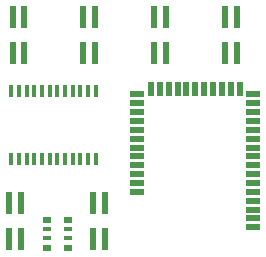
<source format=gbp>
G04 #@! TF.GenerationSoftware,KiCad,Pcbnew,(5.1.2)-1*
G04 #@! TF.CreationDate,2019-11-08T13:50:46+05:30*
G04 #@! TF.ProjectId,TALK,54414c4b-2e6b-4696-9361-645f70636258,rev?*
G04 #@! TF.SameCoordinates,Original*
G04 #@! TF.FileFunction,Paste,Bot*
G04 #@! TF.FilePolarity,Positive*
%FSLAX46Y46*%
G04 Gerber Fmt 4.6, Leading zero omitted, Abs format (unit mm)*
G04 Created by KiCad (PCBNEW (5.1.2)-1) date 2019-11-08 13:50:46*
%MOMM*%
%LPD*%
G04 APERTURE LIST*
%ADD10R,1.200000X0.500000*%
%ADD11R,0.500000X1.200000*%
%ADD12R,0.400000X1.100000*%
%ADD13R,0.800000X0.500000*%
%ADD14R,0.800000X0.400000*%
%ADD15R,0.500000X1.850000*%
G04 APERTURE END LIST*
D10*
X152309000Y-102548000D03*
X152309000Y-101798000D03*
X152309000Y-101048000D03*
X152309000Y-100298000D03*
X152309000Y-99548000D03*
X152309000Y-98798000D03*
X152309000Y-98048000D03*
X152309000Y-97298000D03*
X152309000Y-96548000D03*
X152309000Y-95798000D03*
X152309000Y-95048000D03*
X152309000Y-94298000D03*
D11*
X153459000Y-93848000D03*
X154209000Y-93848000D03*
X154959000Y-93848000D03*
X155709000Y-93848000D03*
X156459000Y-93848000D03*
X157209000Y-93848000D03*
X157959000Y-93848000D03*
X158709000Y-93848000D03*
X159459000Y-93848000D03*
X160209000Y-93848000D03*
X160959000Y-93848000D03*
D10*
X162109000Y-94298000D03*
X162109000Y-95048000D03*
X162109000Y-95798000D03*
X162109000Y-96548000D03*
X162109000Y-97298000D03*
X162109000Y-98048000D03*
X162109000Y-98798000D03*
X162109000Y-99548000D03*
X162109000Y-100298000D03*
X162109000Y-101048000D03*
X162109000Y-101798000D03*
X162109000Y-102548000D03*
X162109000Y-103298000D03*
X162109000Y-104048000D03*
X162109000Y-104798000D03*
X162109000Y-105548000D03*
D12*
X141622000Y-99740000D03*
X142272000Y-99740000D03*
X142922000Y-99740000D03*
X143572000Y-99740000D03*
X144222000Y-99740000D03*
X144872000Y-99740000D03*
X145522000Y-99740000D03*
X146172000Y-99740000D03*
X146822000Y-99740000D03*
X147472000Y-99740000D03*
X148122000Y-99740000D03*
X148772000Y-99740000D03*
X148772000Y-94040000D03*
X148122000Y-94040000D03*
X147472000Y-94040000D03*
X146822000Y-94040000D03*
X146172000Y-94040000D03*
X145522000Y-94040000D03*
X144872000Y-94040000D03*
X144222000Y-94040000D03*
X143572000Y-94040000D03*
X142922000Y-94040000D03*
X142272000Y-94040000D03*
X141622000Y-94040000D03*
D13*
X146417000Y-104898000D03*
D14*
X146417000Y-106498000D03*
X146417000Y-105698000D03*
D13*
X146417000Y-107298000D03*
D14*
X144617000Y-105698000D03*
D13*
X144617000Y-104898000D03*
D14*
X144617000Y-106498000D03*
D13*
X144617000Y-107298000D03*
D15*
X148571000Y-106523000D03*
X148571000Y-103473000D03*
X149571000Y-106523000D03*
X149571000Y-103473000D03*
X142463000Y-103473000D03*
X142463000Y-106523000D03*
X141463000Y-103473000D03*
X141463000Y-106523000D03*
X160728000Y-87706000D03*
X160728000Y-90756000D03*
X159728000Y-87706000D03*
X159728000Y-90756000D03*
X154730332Y-87706000D03*
X154730332Y-90756000D03*
X153730332Y-87706000D03*
X153730332Y-90756000D03*
X147732666Y-90756000D03*
X147732666Y-87706000D03*
X148732666Y-90756000D03*
X148732666Y-87706000D03*
X142735000Y-87706000D03*
X142735000Y-90756000D03*
X141735000Y-87706000D03*
X141735000Y-90756000D03*
M02*

</source>
